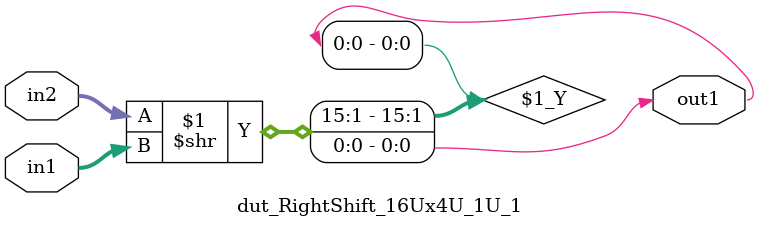
<source format=v>

`timescale 1ps / 1ps


module dut_RightShift_16Ux4U_1U_1( in2, in1, out1 );

    input [15:0] in2;
    input [3:0] in1;
    output out1;

    
    // rtl_process:dut_RightShift_16Ux4U_1U_1/dut_RightShift_16Ux4U_1U_1_thread_1
    assign out1 = in2 >> in1;

endmodule



</source>
